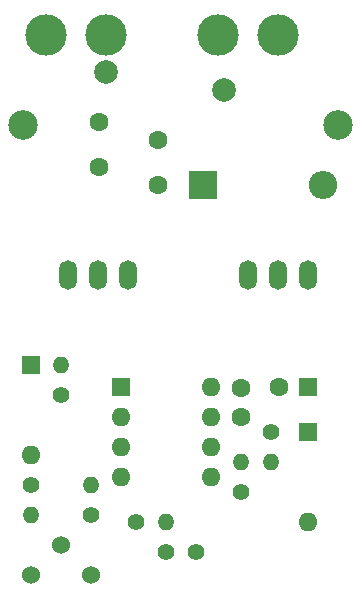
<source format=gbr>
G04 #@! TF.FileFunction,Soldermask,Top*
%FSLAX46Y46*%
G04 Gerber Fmt 4.6, Leading zero omitted, Abs format (unit mm)*
G04 Created by KiCad (PCBNEW 4.0.4-stable) date Saturday, 28 January 2017 'PMt' 01:33:58 PM*
%MOMM*%
%LPD*%
G01*
G04 APERTURE LIST*
%ADD10C,0.100000*%
%ADD11R,1.600000X1.600000*%
%ADD12C,1.600000*%
%ADD13O,1.501140X2.499360*%
%ADD14C,1.400000*%
%ADD15O,1.400000X1.400000*%
%ADD16C,1.397000*%
%ADD17C,1.524000*%
%ADD18O,1.600000X1.600000*%
%ADD19C,3.500120*%
%ADD20C,2.500000*%
%ADD21R,2.400000X2.400000*%
%ADD22O,2.400000X2.400000*%
%ADD23C,2.000000*%
G04 APERTURE END LIST*
D10*
D11*
X165735000Y-104140000D03*
D12*
X163235000Y-104140000D03*
D13*
X163195000Y-94615000D03*
X160655000Y-94615000D03*
X165735000Y-94615000D03*
X147955000Y-94615000D03*
X145415000Y-94615000D03*
X150495000Y-94615000D03*
D14*
X151130000Y-115570000D03*
D15*
X153670000Y-115570000D03*
D16*
X153670000Y-118110000D03*
X156210000Y-118110000D03*
D14*
X142240000Y-112395000D03*
D15*
X142240000Y-114935000D03*
D14*
X147320000Y-114935000D03*
D15*
X147320000Y-112395000D03*
D14*
X162560000Y-107950000D03*
D15*
X162560000Y-110490000D03*
D14*
X144780000Y-104775000D03*
D15*
X144780000Y-102235000D03*
D14*
X160020000Y-113030000D03*
D15*
X160020000Y-110490000D03*
D17*
X144780000Y-117475000D03*
X147320000Y-120015000D03*
X142240000Y-120015000D03*
D11*
X149860000Y-104140000D03*
D18*
X157480000Y-111760000D03*
X149860000Y-106680000D03*
X157480000Y-109220000D03*
X149860000Y-109220000D03*
X157480000Y-106680000D03*
X149860000Y-111760000D03*
X157480000Y-104140000D03*
D19*
X158115000Y-74295000D03*
X163195000Y-74295000D03*
X143510000Y-74295000D03*
X148590000Y-74295000D03*
D20*
X141605000Y-81915000D03*
X168275000Y-81915000D03*
D21*
X156845000Y-86995000D03*
D22*
X167005000Y-86995000D03*
D11*
X165735000Y-107950000D03*
D18*
X165735000Y-115570000D03*
D11*
X142240000Y-102235000D03*
D18*
X142240000Y-109855000D03*
D12*
X160020000Y-106680000D03*
X160020000Y-104180000D03*
X153035000Y-83185000D03*
X148035000Y-81685000D03*
D23*
X148590000Y-77470000D03*
X158590000Y-78970000D03*
D12*
X153035000Y-86995000D03*
X148035000Y-85495000D03*
M02*

</source>
